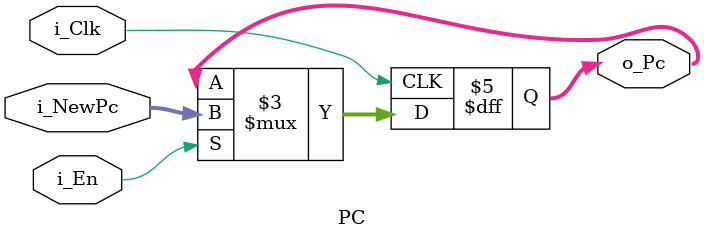
<source format=v>
`timescale 1ns / 1ps

module PC(
    input i_Clk,
    
    input i_En,

    input [31:0] i_NewPc,
    output reg [31:0] o_Pc
    );

    initial begin
        o_Pc = 0;
    end

    always @(posedge i_Clk) begin
        if(i_En)begin
            o_Pc <= i_NewPc;
        end
    end

endmodule

</source>
